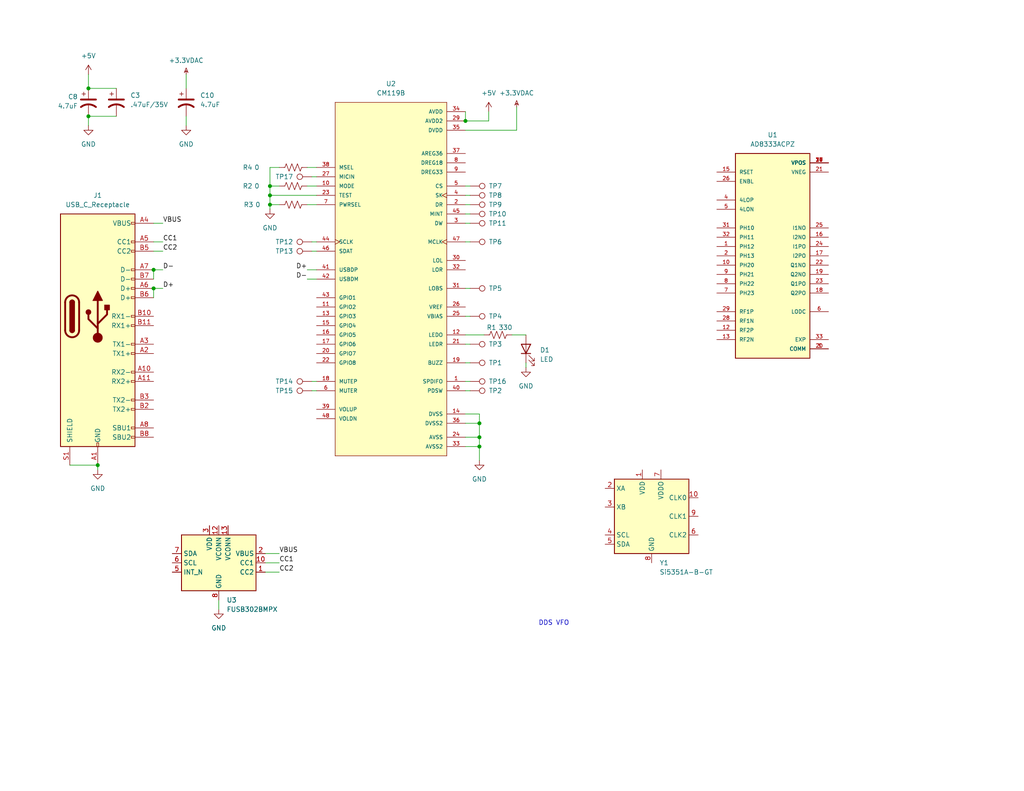
<source format=kicad_sch>
(kicad_sch (version 20250114) (generator "eeschema") (generator_version "9.0")
  (paper "A")
  (title_block (title "USB SSB Exciter overview") (date "2025-03-09") (company "SoftShack") (comment 1 "Alan Mimms") (comment 2 "KK7ZJY"))
  (lib_symbols
    (symbol "AD8333ACPZ-REEL7:AD8333ACPZ-REEL7" (pin_names (offset 1.016))
      (property "Reference" "U" (at -10.1708 27.9698 0))
      (property "Value" "AD8333ACPZ-REEL7" (at -10.1769 -30.5308 0))
      (symbol "AD8333ACPZ-REEL7_0_0"
        (rectangle (start -10.16 -27.94) (end 10.16 27.94) (stroke (width 0.254)) (fill (type background)))
        (pin input line (at -15.24 22.86 0) (length 5.08) (name "RSET") (number "15"))
        (pin input line (at -15.24 20.32 0) (length 5.08) (name "ENBL") (number "26"))
        (pin input line (at -15.24 15.24 0) (length 5.08) (name "4LOP") (number "4"))
        (pin input line (at -15.24 12.7 0) (length 5.08) (name "4LON") (number "5"))
        (pin input line (at -15.24 7.62 0) (length 5.08) (name "PH10") (number "31"))
        (pin input line (at -15.24 5.08 0) (length 5.08) (name "PH11") (number "32"))
        (pin input line (at -15.24 2.54 0) (length 5.08) (name "PH12") (number "1"))
        (pin input line (at -15.24 0 0) (length 5.08) (name "PH13") (number "2"))
        (pin input line (at -15.24 -2.54 0) (length 5.08) (name "PH20") (number "10"))
        (pin input line (at -15.24 -5.08 0) (length 5.08) (name "PH21") (number "9"))
        (pin input line (at -15.24 -7.62 0) (length 5.08) (name "PH22") (number "8"))
        (pin input line (at -15.24 -10.16 0) (length 5.08) (name "PH23") (number "7"))
        (pin input line (at -15.24 -15.24 0) (length 5.08) (name "RF1P") (number "29"))
        (pin input line (at -15.24 -17.78 0) (length 5.08) (name "RF1N") (number "28"))
        (pin input line (at -15.24 -20.32 0) (length 5.08) (name "RF2P") (number "12"))
        (pin input line (at -15.24 -22.86 0) (length 5.08) (name "RF2N") (number "13"))
        (pin power_in line (at 15.24 25.4 180) (length 5.08) (name "VPOS") (number "11"))
        (pin power_in line (at 15.24 25.4 180) (length 5.08) (name "VPOS") (number "14"))
        (pin power_in line (at 15.24 25.4 180) (length 5.08) (name "VPOS") (number "27"))
        (pin power_in line (at 15.24 25.4 180) (length 5.08) (name "VPOS") (number "30"))
        (pin power_in line (at 15.24 22.86 180) (length 5.08) (name "VNEG") (number "21"))
        (pin output line (at 15.24 7.62 180) (length 5.08) (name "I1NO") (number "25"))
        (pin output line (at 15.24 5.08 180) (length 5.08) (name "I2NO") (number "16"))
        (pin output line (at 15.24 2.54 180) (length 5.08) (name "I1PO") (number "24"))
        (pin output line (at 15.24 0 180) (length 5.08) (name "I2PO") (number "17"))
        (pin output line (at 15.24 -2.54 180) (length 5.08) (name "Q1NO") (number "22"))
        (pin output line (at 15.24 -5.08 180) (length 5.08) (name "Q2NO") (number "19"))
        (pin output line (at 15.24 -7.62 180) (length 5.08) (name "Q1PO") (number "23"))
        (pin output line (at 15.24 -10.16 180) (length 5.08) (name "Q2PO") (number "18"))
        (pin passive line (at 15.24 -15.24 180) (length 5.08) (name "LODC") (number "6"))
        (pin passive line (at 15.24 -22.86 180) (length 5.08) (name "EXP") (number "33"))
        (pin passive line (at 15.24 -25.4 180) (length 5.08) (name "COMM") (number "20"))
        (pin passive line (at 15.24 -25.4 180) (length 5.08) (name "COMM") (number "3"))
      )
    )
    (symbol "CM119B:CM119B" (pin_names (offset 1.016))
      (property "Reference" "U" (at -15.24 49.53 0))
      (property "Value" "CM119B" (at -15.24 -50.8 0))
      (symbol "CM119B_0_0"
        (rectangle (start -15.24 -48.26) (end 15.24 48.26) (stroke (width 0.1524)) (fill (type background)))
        (pin input line (at -20.32 30.48 0) (length 5.08) (name "MSEL") (number "38"))
        (pin input line (at -20.32 27.94 0) (length 5.08) (name "MICIN") (number "27"))
        (pin input line (at -20.32 25.4 0) (length 5.08) (name "MODE") (number "10"))
        (pin input line (at -20.32 22.86 0) (length 5.08) (name "TEST") (number "23"))
        (pin input line (at -20.32 20.32 0) (length 5.08) (name "PWRSEL") (number "7"))
        (pin bidirectional clock (at -20.32 10.16 0) (length 5.08) (name "SCLK") (number "44"))
        (pin bidirectional line (at -20.32 7.62 0) (length 5.08) (name "SDAT") (number "46"))
        (pin bidirectional line (at -20.32 2.54 0) (length 5.08) (name "USBDP") (number "41"))
        (pin bidirectional line (at -20.32 0 0) (length 5.08) (name "USBDM") (number "42"))
        (pin bidirectional line (at -20.32 -5.08 0) (length 5.08) (name "GPIO1") (number "43"))
        (pin bidirectional line (at -20.32 -7.62 0) (length 5.08) (name "GPIO2") (number "11"))
        (pin bidirectional line (at -20.32 -10.16 0) (length 5.08) (name "GPIO3") (number "13"))
        (pin bidirectional line (at -20.32 -12.7 0) (length 5.08) (name "GPIO4") (number "15"))
        (pin bidirectional line (at -20.32 -15.24 0) (length 5.08) (name "GPIO5") (number "16"))
        (pin bidirectional line (at -20.32 -17.78 0) (length 5.08) (name "GPIO6") (number "17"))
        (pin bidirectional line (at -20.32 -20.32 0) (length 5.08) (name "GPIO7") (number "20"))
        (pin bidirectional line (at -20.32 -22.86 0) (length 5.08) (name "GPIO8") (number "22"))
        (pin input line (at -20.32 -27.94 0) (length 5.08) (name "MUTEP") (number "18"))
        (pin input line (at -20.32 -30.48 0) (length 5.08) (name "MUTER") (number "6"))
        (pin input line (at -20.32 -35.56 0) (length 5.08) (name "VOLUP") (number "39"))
        (pin input line (at -20.32 -38.1 0) (length 5.08) (name "VOLDN") (number "48"))
        (pin power_in line (at 20.32 45.72 180) (length 5.08) (name "AVDD") (number "34"))
        (pin power_in line (at 20.32 40.64 180) (length 5.08) (name "DVDD") (number "35"))
        (pin power_in line (at 20.32 34.29 180) (length 5.08) (name "AREG36") (number "37"))
        (pin power_in line (at 20.32 31.75 180) (length 5.08) (name "DREG18") (number "8"))
        (pin power_in line (at 20.32 29.21 180) (length 5.08) (name "DREG33") (number "9"))
        (pin output line (at 20.32 25.4 180) (length 5.08) (name "CS") (number "5"))
        (pin output clock (at 20.32 22.86 180) (length 5.08) (name "SK") (number "4"))
        (pin bidirectional line (at 20.32 20.32 180) (length 5.08) (name "DR") (number "2"))
        (pin output line (at 20.32 17.78 180) (length 5.08) (name "MINT") (number "45"))
        (pin output line (at 20.32 15.24 180) (length 5.08) (name "DW") (number "3"))
        (pin output clock (at 20.32 10.16 180) (length 5.08) (name "MCLK") (number "47"))
        (pin output line (at 20.32 5.08 180) (length 5.08) (name "LOL") (number "30"))
        (pin output line (at 20.32 2.54 180) (length 5.08) (name "LOR") (number "32"))
        (pin output line (at 20.32 -2.54 180) (length 5.08) (name "LOBS") (number "31"))
        (pin output line (at 20.32 -7.62 180) (length 5.08) (name "VREF") (number "26"))
        (pin output line (at 20.32 -10.16 180) (length 5.08) (name "VBIAS") (number "25"))
        (pin output line (at 20.32 -15.24 180) (length 5.08) (name "LEDO") (number "12"))
        (pin output line (at 20.32 -17.78 180) (length 5.08) (name "LEDR") (number "21"))
        (pin output line (at 20.32 -22.86 180) (length 5.08) (name "BUZZ") (number "19"))
        (pin output line (at 20.32 -27.94 180) (length 5.08) (name "SPDIFO") (number "1"))
        (pin output line (at 20.32 -30.48 180) (length 5.08) (name "PDSW") (number "40"))
        (pin power_in line (at 20.32 -36.83 180) (length 5.08) (name "DVSS") (number "14"))
        (pin power_in line (at 20.32 -43.18 180) (length 5.08) (name "AVSS") (number "24"))
      )
      (symbol "CM119B_1_0"
        (pin power_in line (at 20.32 43.18 180) (length 5.08) (name "AVDD2") (number "29"))
        (pin power_in line (at 20.32 -39.37 180) (length 5.08) (name "DVSS2") (number "36"))
        (pin power_in line (at 20.32 -45.72 180) (length 5.08) (name "AVSS2") (number "33"))
      )
    )
    (symbol "Connector:TestPoint" (pin_numbers (hide yes)) (pin_names (offset 0.762) (hide yes))
      (property "Reference" "TP" (at 0 6.858 0))
      (property "Value" "TestPoint" (at 0 5.08 0))
      (symbol "TestPoint_0_1"
        (circle (center 0 3.302) (radius 0.762))
      )
      (symbol "TestPoint_1_1"
        (pin passive line (at 0 0 90) (length 2.54) (name "1") (number "1"))
      )
    )
    (symbol "Connector:USB_C_Receptacle" (pin_names (offset 1.016))
      (property "Reference" "J" (at -10.16 29.21 0))
      (property "Value" "USB_C_Receptacle" (at 10.16 29.21 0))
      (symbol "USB_C_Receptacle_0_0"
        (rectangle (start -0.254 -35.56) (end 0.254 -34.544))
        (rectangle (start 10.16 25.654) (end 9.144 25.146))
        (rectangle (start 10.16 20.574) (end 9.144 20.066))
        (rectangle (start 10.16 18.034) (end 9.144 17.526))
        (rectangle (start 10.16 12.954) (end 9.144 12.446))
        (rectangle (start 10.16 10.414) (end 9.144 9.906))
        (rectangle (start 10.16 7.874) (end 9.144 7.366))
        (rectangle (start 10.16 5.334) (end 9.144 4.826))
        (rectangle (start 10.16 0.254) (end 9.144 -0.254))
        (rectangle (start 10.16 -2.286) (end 9.144 -2.794))
        (rectangle (start 10.16 -7.366) (end 9.144 -7.874))
        (rectangle (start 10.16 -9.906) (end 9.144 -10.414))
        (rectangle (start 10.16 -14.986) (end 9.144 -15.494))
        (rectangle (start 10.16 -17.526) (end 9.144 -18.034))
        (rectangle (start 10.16 -22.606) (end 9.144 -23.114))
        (rectangle (start 10.16 -25.146) (end 9.144 -25.654))
        (rectangle (start 10.16 -30.226) (end 9.144 -30.734))
        (rectangle (start 10.16 -32.766) (end 9.144 -33.274))
      )
      (symbol "USB_C_Receptacle_0_1"
        (rectangle (start -10.16 27.94) (end 10.16 -35.56) (stroke (width 0.254)) (fill (type background)))
        (polyline (pts (xy -8.89 -3.81) (xy -8.89 3.81)) (stroke (width 0.508)))
        (rectangle (start -7.62 -3.81) (end -6.35 3.81) (stroke (width 0.254)) (fill (type outline)))
        (arc (start -7.62 3.81) (mid -6.985 4.4423) (end -6.35 3.81) (stroke (width 0.254)))
        (arc (start -7.62 3.81) (mid -6.985 4.4423) (end -6.35 3.81) (stroke (width 0.254)) (fill (type outline)))
        (arc (start -8.89 3.81) (mid -6.985 5.7067) (end -5.08 3.81) (stroke (width 0.508)))
        (arc (start -5.08 -3.81) (mid -6.985 -5.7067) (end -8.89 -3.81) (stroke (width 0.508)))
        (arc (start -6.35 -3.81) (mid -6.985 -4.4423) (end -7.62 -3.81) (stroke (width 0.254)))
        (arc (start -6.35 -3.81) (mid -6.985 -4.4423) (end -7.62 -3.81) (stroke (width 0.254)) (fill (type outline)))
        (polyline (pts (xy -5.08 3.81) (xy -5.08 -3.81)) (stroke (width 0.508)))
      )
      (symbol "USB_C_Receptacle_1_1"
        (circle (center -2.54 1.143) (radius 0.635) (stroke (width 0.254)) (fill (type outline)))
        (polyline (pts (xy -1.27 4.318) (xy 0 6.858) (xy 1.27 4.318) (xy -1.27 4.318)) (stroke (width 0.254)) (fill (type outline)))
        (polyline (pts (xy 0 -2.032) (xy 2.54 0.508) (xy 2.54 1.778)) (stroke (width 0.508)))
        (polyline (pts (xy 0 -3.302) (xy -2.54 -0.762) (xy -2.54 0.508)) (stroke (width 0.508)))
        (polyline (pts (xy 0 -5.842) (xy 0 4.318)) (stroke (width 0.508)))
        (circle (center 0 -5.842) (radius 1.27) (fill (type outline)))
        (rectangle (start 1.905 1.778) (end 3.175 3.048) (stroke (width 0.254)) (fill (type outline)))
        (pin passive line (at -7.62 -40.64 90) (length 5.08) (name "SHIELD") (number "S1"))
        (pin passive line (at 0 -40.64 90) (length 5.08) (name "GND") (number "A1"))
        (pin passive line (at 0 -40.64 90) (length 5.08) (hide yes) (name "GND") (number "A12"))
        (pin passive line (at 0 -40.64 90) (length 5.08) (hide yes) (name "GND") (number "B1"))
        (pin passive line (at 0 -40.64 90) (length 5.08) (hide yes) (name "GND") (number "B12"))
        (pin passive line (at 15.24 25.4 180) (length 5.08) (name "VBUS") (number "A4"))
        (pin passive line (at 15.24 25.4 180) (length 5.08) (hide yes) (name "VBUS") (number "A9"))
        (pin passive line (at 15.24 25.4 180) (length 5.08) (hide yes) (name "VBUS") (number "B4"))
        (pin passive line (at 15.24 25.4 180) (length 5.08) (hide yes) (name "VBUS") (number "B9"))
        (pin bidirectional line (at 15.24 20.32 180) (length 5.08) (name "CC1") (number "A5"))
        (pin bidirectional line (at 15.24 17.78 180) (length 5.08) (name "CC2") (number "B5"))
        (pin bidirectional line (at 15.24 12.7 180) (length 5.08) (name "D-") (number "A7"))
        (pin bidirectional line (at 15.24 10.16 180) (length 5.08) (name "D-") (number "B7"))
        (pin bidirectional line (at 15.24 7.62 180) (length 5.08) (name "D+") (number "A6"))
        (pin bidirectional line (at 15.24 5.08 180) (length 5.08) (name "D+") (number "B6"))
        (pin bidirectional line (at 15.24 0 180) (length 5.08) (name "RX1-") (number "B10"))
        (pin bidirectional line (at 15.24 -2.54 180) (length 5.08) (name "RX1+") (number "B11"))
        (pin bidirectional line (at 15.24 -7.62 180) (length 5.08) (name "TX1-") (number "A3"))
        (pin bidirectional line (at 15.24 -10.16 180) (length 5.08) (name "TX1+") (number "A2"))
        (pin bidirectional line (at 15.24 -15.24 180) (length 5.08) (name "RX2-") (number "A10"))
        (pin bidirectional line (at 15.24 -17.78 180) (length 5.08) (name "RX2+") (number "A11"))
        (pin bidirectional line (at 15.24 -22.86 180) (length 5.08) (name "TX2-") (number "B3"))
        (pin bidirectional line (at 15.24 -25.4 180) (length 5.08) (name "TX2+") (number "B2"))
        (pin bidirectional line (at 15.24 -30.48 180) (length 5.08) (name "SBU1") (number "A8"))
        (pin bidirectional line (at 15.24 -33.02 180) (length 5.08) (name "SBU2") (number "B8"))
      )
    )
    (symbol "Device:C_Polarized_US" (pin_numbers (hide yes)) (pin_names (offset 0.254) (hide yes))
      (property "Reference" "C" (at 0.635 2.54 0))
      (property "Value" "C_Polarized_US" (at 0.635 -2.54 0))
      (symbol "C_Polarized_US_0_1"
        (polyline (pts (xy -2.032 0.762) (xy 2.032 0.762)) (stroke (width 0.508)))
        (polyline (pts (xy -1.778 2.286) (xy -0.762 2.286)))
        (polyline (pts (xy -1.27 1.778) (xy -1.27 2.794)))
        (arc (start -2.032 -1.27) (mid 0 -0.5572) (end 2.032 -1.27) (stroke (width 0.508)))
      )
      (symbol "C_Polarized_US_1_1"
        (pin passive line (at 0 3.81 270) (length 2.794) (name "~") (number "1"))
        (pin passive line (at 0 -3.81 90) (length 3.302) (name "~") (number "2"))
      )
    )
    (symbol "Device:LED" (pin_numbers (hide yes)) (pin_names (offset 1.016) (hide yes))
      (property "Reference" "D" (at 0 2.54 0))
      (property "Value" "LED" (at 0 -2.54 0))
      (symbol "LED_0_1"
        (polyline (pts (xy -3.048 -0.762) (xy -4.572 -2.286) (xy -3.81 -2.286) (xy -4.572 -2.286) (xy -4.572 -1.524)))
        (polyline (pts (xy -1.778 -0.762) (xy -3.302 -2.286) (xy -2.54 -2.286) (xy -3.302 -2.286) (xy -3.302 -1.524)))
        (polyline (pts (xy -1.27 0) (xy 1.27 0)))
        (polyline (pts (xy -1.27 -1.27) (xy -1.27 1.27)) (stroke (width 0.254)))
        (polyline (pts (xy 1.27 -1.27) (xy 1.27 1.27) (xy -1.27 0) (xy 1.27 -1.27)) (stroke (width 0.254)))
      )
      (symbol "LED_1_1"
        (pin passive line (at -3.81 0 0) (length 2.54) (name "K") (number "1"))
        (pin passive line (at 3.81 0 180) (length 2.54) (name "A") (number "2"))
      )
    )
    (symbol "Device:R_US" (pin_numbers (hide yes)) (pin_names (offset 0))
      (property "Reference" "R" (at 2.54 0 90))
      (property "Value" "R_US" (at -2.54 0 90))
      (symbol "R_US_0_1"
        (polyline (pts (xy 0 2.286) (xy 0 2.54)))
        (polyline (pts (xy 0 2.286) (xy 1.016 1.905) (xy 0 1.524) (xy -1.016 1.143) (xy 0 0.762)))
        (polyline (pts (xy 0 0.762) (xy 1.016 0.381) (xy 0 0) (xy -1.016 -0.381) (xy 0 -0.762)))
        (polyline (pts (xy 0 -0.762) (xy 1.016 -1.143) (xy 0 -1.524) (xy -1.016 -1.905) (xy 0 -2.286)))
        (polyline (pts (xy 0 -2.286) (xy 0 -2.54)))
      )
      (symbol "R_US_1_1"
        (pin passive line (at 0 3.81 270) (length 1.27) (name "~") (number "1"))
        (pin passive line (at 0 -3.81 90) (length 1.27) (name "~") (number "2"))
      )
    )
    (symbol "Interface_USB:FUSB302BMPX"
      (property "Reference" "U" (at -10.16 8.89 0))
      (property "Value" "FUSB302BMPX" (at 3.81 8.89 0))
      (symbol "FUSB302BMPX_0_1"
        (rectangle (start -10.16 7.62) (end 10.16 -7.62) (stroke (width 0.254)) (fill (type background)))
      )
      (symbol "FUSB302BMPX_1_1"
        (pin bidirectional line (at -12.7 2.54 0) (length 2.54) (name "SDA") (number "7"))
        (pin input line (at -12.7 0 0) (length 2.54) (name "SCL") (number "6"))
        (pin open_collector line (at -12.7 -2.54 0) (length 2.54) (name "INT_N") (number "5"))
        (pin power_in line (at -2.54 10.16 270) (length 2.54) (name "VDD") (number "3"))
        (pin passive line (at -2.54 10.16 270) (length 2.54) (hide yes) (name "VDD") (number "4"))
        (pin power_in line (at 0 10.16 270) (length 2.54) (name "VCONN") (number "12"))
        (pin passive line (at 0 -10.16 90) (length 2.54) (hide yes) (name "GND") (number "15"))
        (pin power_in line (at 0 -10.16 90) (length 2.54) (name "GND") (number "8"))
        (pin passive line (at 0 -10.16 90) (length 2.54) (hide yes) (name "GND") (number "9"))
        (pin power_in line (at 2.54 10.16 270) (length 2.54) (name "VCONN") (number "13"))
        (pin input line (at 12.7 2.54 180) (length 2.54) (name "VBUS") (number "2"))
        (pin bidirectional line (at 12.7 0 180) (length 2.54) (name "CC1") (number "10"))
        (pin bidirectional line (at 12.7 0 180) (length 2.54) (hide yes) (name "CC1") (number "11"))
        (pin bidirectional line (at 12.7 -2.54 180) (length 2.54) (name "CC2") (number "1"))
        (pin bidirectional line (at 12.7 -2.54 180) (length 2.54) (hide yes) (name "CC2") (number "14"))
      )
    )
    (symbol "Oscillator:Si5351A-B-GT"
      (property "Reference" "Y" (at -8.89 11.43 0))
      (property "Value" "Si5351A-B-GT" (at -12.7 -12.7 0))
      (symbol "Si5351A-B-GT_0_1"
        (rectangle (start -10.16 10.16) (end 10.16 -10.16) (stroke (width 0.254)) (fill (type background)))
      )
      (symbol "Si5351A-B-GT_1_1"
        (pin input line (at -12.7 7.62 0) (length 2.54) (name "XA") (number "2"))
        (pin input line (at -12.7 2.54 0) (length 2.54) (name "XB") (number "3"))
        (pin input line (at -12.7 -5.08 0) (length 2.54) (name "SCL") (number "4"))
        (pin bidirectional line (at -12.7 -7.62 0) (length 2.54) (name "SDA") (number "5"))
        (pin power_in line (at -2.54 12.7 270) (length 2.54) (name "VDD") (number "1"))
        (pin power_in line (at 0 -12.7 90) (length 2.54) (name "GND") (number "8"))
        (pin power_in line (at 2.54 12.7 270) (length 2.54) (name "VDDO") (number "7"))
        (pin output line (at 12.7 5.08 180) (length 2.54) (name "CLK0") (number "10"))
        (pin output line (at 12.7 0 180) (length 2.54) (name "CLK1") (number "9"))
        (pin output line (at 12.7 -5.08 180) (length 2.54) (name "CLK2") (number "6"))
      )
    )
    (symbol "PCM_4ms_Power-symbol:+3.3VDAC" (power) (pin_names (offset 0))
      (property "Value" "+3.3VDAC" (at 0 2.54 0))
      (symbol "+3.3VDAC_0_0"
        (pin power_in line (at 0 0 90) (length 0) (hide yes) (name "+3.3VDAC") (number "1"))
      )
      (symbol "+3.3VDAC_0_1"
        (polyline (pts (xy 0 1.016) (xy 0.508 0.508) (xy 0 1.778) (xy -0.508 0.508) (xy 0 1.016) (xy 0 1.016)))
        (polyline (pts (xy 0 0) (xy 0 1.016) (xy 0 1.016)))
      )
    )
    (symbol "PCM_4ms_Power-symbol:+5V" (power) (pin_names (offset 0))
      (property "Value" "+5V" (at 0 3.556 0))
      (symbol "+5V_0_1"
        (polyline (pts (xy -0.762 1.27) (xy 0 2.54)))
        (polyline (pts (xy 0 2.54) (xy 0.762 1.27)))
        (polyline (pts (xy 0 0) (xy 0 2.54)))
      )
      (symbol "+5V_1_1"
        (pin power_in line (at 0 0 90) (length 0) (hide yes) (name "+5V") (number "1"))
      )
    )
    (symbol "PCM_4ms_Power-symbol:GND" (power) (pin_names (offset 0))
      (property "Value" "GND" (at 0 -3.81 0))
      (symbol "GND_0_1"
        (polyline (pts (xy 0 0) (xy 0 -1.27) (xy 1.27 -1.27) (xy 0 -2.54) (xy -1.27 -1.27) (xy 0 -1.27)))
      )
      (symbol "GND_1_1"
        (pin power_in line (at 0 0 270) (length 0) (hide yes) (name "GND") (number "1"))
      )
    )
  )
  (text "DDS VFO" (at 151.13 170.18 0) (effects (font (size 1.27 1.27))))
  (junction (at 24.13 31.75))
  (junction (at 41.91 73.66))
  (junction (at 130.81 119.38))
  (junction (at 24.13 24.13))
  (junction (at 73.66 55.88))
  (junction (at 26.67 127))
  (junction (at 41.91 78.74))
  (junction (at 73.66 53.34))
  (junction (at 127 33.02))
  (junction (at 73.66 50.8))
  (junction (at 130.81 115.57))
  (junction (at 130.81 121.92))
  (wire (pts (xy 130.81 115.57) (xy 130.81 119.38)))
  (wire (pts (xy 83.82 50.8) (xy 86.36 50.8)))
  (wire (pts (xy 73.66 55.88) (xy 76.2 55.88)))
  (wire (pts (xy 76.2 50.8) (xy 73.66 50.8)))
  (wire (pts (xy 130.81 121.92) (xy 130.81 125.73)))
  (wire (pts (xy 130.81 113.03) (xy 130.81 115.57)))
  (wire (pts (xy 73.66 53.34) (xy 73.66 55.88)))
  (wire (pts (xy 83.82 76.2) (xy 86.36 76.2)))
  (wire (pts (xy 41.91 73.66) (xy 44.45 73.66)))
  (wire (pts (xy 127 66.04) (xy 128.27 66.04)))
  (wire (pts (xy 127 106.68) (xy 128.27 106.68)))
  (wire (pts (xy 127 35.56) (xy 140.97 35.56)))
  (wire (pts (xy 73.66 45.72) (xy 73.66 50.8)))
  (wire (pts (xy 73.66 55.88) (xy 73.66 57.15)))
  (wire (pts (xy 127 78.74) (xy 128.27 78.74)))
  (wire (pts (xy 127 30.48) (xy 127 33.02)))
  (wire (pts (xy 127 58.42) (xy 128.27 58.42)))
  (wire (pts (xy 19.05 127) (xy 26.67 127)))
  (wire (pts (xy 73.66 50.8) (xy 73.66 53.34)))
  (wire (pts (xy 72.39 156.21) (xy 76.2 156.21)))
  (wire (pts (xy 127 113.03) (xy 130.81 113.03)))
  (wire (pts (xy 127 99.06) (xy 128.27 99.06)))
  (wire (pts (xy 73.66 53.34) (xy 86.36 53.34)))
  (wire (pts (xy 127 115.57) (xy 130.81 115.57)))
  (wire (pts (xy 133.35 33.02) (xy 127 33.02)))
  (wire (pts (xy 83.82 73.66) (xy 86.36 73.66)))
  (wire (pts (xy 127 50.8) (xy 128.27 50.8)))
  (wire (pts (xy 26.67 127) (xy 26.67 128.27)))
  (wire (pts (xy 130.81 119.38) (xy 130.81 121.92)))
  (wire (pts (xy 140.97 35.56) (xy 140.97 29.21)))
  (wire (pts (xy 41.91 68.58) (xy 44.45 68.58)))
  (wire (pts (xy 24.13 31.75) (xy 24.13 34.29)))
  (wire (pts (xy 127 55.88) (xy 128.27 55.88)))
  (wire (pts (xy 50.8 31.75) (xy 50.8 34.29)))
  (wire (pts (xy 139.7 91.44) (xy 143.51 91.44)))
  (wire (pts (xy 127 104.14) (xy 128.27 104.14)))
  (wire (pts (xy 41.91 73.66) (xy 41.91 76.2)))
  (wire (pts (xy 24.13 24.13) (xy 31.75 24.13)))
  (wire (pts (xy 72.39 151.13) (xy 76.2 151.13)))
  (wire (pts (xy 133.35 30.48) (xy 133.35 33.02)))
  (wire (pts (xy 127 91.44) (xy 132.08 91.44)))
  (wire (pts (xy 85.09 104.14) (xy 86.36 104.14)))
  (wire (pts (xy 41.91 78.74) (xy 41.91 81.28)))
  (wire (pts (xy 85.09 106.68) (xy 86.36 106.68)))
  (wire (pts (xy 41.91 60.96) (xy 44.45 60.96)))
  (wire (pts (xy 76.2 45.72) (xy 73.66 45.72)))
  (wire (pts (xy 72.39 153.67) (xy 76.2 153.67)))
  (wire (pts (xy 127 86.36) (xy 128.27 86.36)))
  (wire (pts (xy 143.51 99.06) (xy 143.51 100.33)))
  (wire (pts (xy 50.8 20.32) (xy 50.8 24.13)))
  (wire (pts (xy 59.69 163.83) (xy 59.69 166.37)))
  (wire (pts (xy 83.82 45.72) (xy 86.36 45.72)))
  (wire (pts (xy 127 119.38) (xy 130.81 119.38)))
  (wire (pts (xy 85.09 68.58) (xy 86.36 68.58)))
  (wire (pts (xy 24.13 31.75) (xy 31.75 31.75)))
  (wire (pts (xy 85.09 48.26) (xy 86.36 48.26)))
  (wire (pts (xy 41.91 78.74) (xy 44.45 78.74)))
  (wire (pts (xy 127 121.92) (xy 130.81 121.92)))
  (wire (pts (xy 83.82 55.88) (xy 86.36 55.88)))
  (wire (pts (xy 85.09 66.04) (xy 86.36 66.04)))
  (wire (pts (xy 24.13 20.32) (xy 24.13 24.13)))
  (wire (pts (xy 127 93.98) (xy 128.27 93.98)))
  (wire (pts (xy 127 53.34) (xy 128.27 53.34)))
  (wire (pts (xy 127 60.96) (xy 128.27 60.96)))
  (wire (pts (xy 41.91 66.04) (xy 44.45 66.04)))
  (label "D+" (at 83.82 73.66 180))
  (label "CC2" (at 44.45 68.58 0))
  (label "D-" (at 44.45 73.66 0))
  (label "VBUS" (at 76.2 151.13 0))
  (label "CC1" (at 76.2 153.67 0))
  (label "D-" (at 83.82 76.2 180))
  (label "CC2" (at 76.2 156.21 0))
  (label "VBUS" (at 44.45 60.96 0))
  (label "D+" (at 44.45 78.74 0))
  (label "CC1" (at 44.45 66.04 0))
  (symbol (lib_id "Oscillator:Si5351A-B-GT") (at 177.8 140.97 0) (unit 1)
    (property "Reference" "Y1" (at 179.9433 153.67 0) (effects (justify left)))
    (property "Value" "Si5351A-B-GT" (at 179.9433 156.21 0) (effects (justify left)))
    (property "Footprint" "Package_SO:MSOP-10_3x3mm_P0.5mm" (effects (hide yes)))
    (property "Datasheet" "https://www.silabs.com/documents/public/data-sheets/Si5351-B.pdf" (effects (hide yes)))
    (property "Description" "I2C Programmable Any-Frequency CMOS Clock Generator, MSOP-8" (effects (hide yes)))
  )
  (symbol (lib_id "Connector:TestPoint") (at 128.27 78.74 270) (unit 1)
    (property "Reference" "TP5" (at 133.35 78.74 90) (effects (justify left)))
    (property "Value" "TestPoint" (effects (hide yes)))
    (property "Description" "test point" (effects (hide yes)))
  )
  (symbol (lib_id "Device:R_US") (at 80.01 45.72 90) (unit 1)
    (property "Reference" "R4" (at 67.564 45.72 90))
    (property "Value" "0" (at 70.104 45.72 90))
    (property "Description" "Resistor, US symbol" (effects (hide yes)))
  )
  (symbol (lib_id "Connector:TestPoint") (at 85.09 68.58 90) (unit 1)
    (property "Reference" "TP13" (at 80.01 68.58 90) (effects (justify left)))
    (property "Value" "TestPoint" (effects (hide yes)))
    (property "Description" "test point" (effects (hide yes)))
  )
  (symbol (lib_id "Connector:TestPoint") (at 128.27 66.04 270) (unit 1)
    (property "Reference" "TP6" (at 133.35 66.04 90) (effects (justify left)))
    (property "Value" "TestPoint" (effects (hide yes)))
    (property "Description" "test point" (effects (hide yes)))
  )
  (symbol (lib_id "Interface_USB:FUSB302BMPX") (at 59.69 153.67 0) (unit 1)
    (property "Reference" "U3" (at 61.8333 163.83 0) (effects (justify left)))
    (property "Value" "FUSB302BMPX" (at 61.8333 166.37 0) (effects (justify left)))
    (property "Footprint" "Package_DFN_QFN:WQFN-14-1EP_2.5x2.5mm_P0.5mm_EP1.45x1.45mm" (effects (hide yes)))
    (property "Datasheet" "http://www.onsemi.com/pub/Collateral/FUSB302B-D.PDF" (effects (hide yes)))
    (property "Description" "Programmable USB Type-C Controller w/PD, I2C address 0x22, WQFN-14" (effects (hide yes)))
  )
  (symbol (lib_id "Connector:TestPoint") (at 128.27 50.8 270) (unit 1)
    (property "Reference" "TP7" (at 133.35 50.8 90) (effects (justify left)))
    (property "Value" "TestPoint" (effects (hide yes)))
    (property "Description" "test point" (effects (hide yes)))
  )
  (symbol (lib_id "Device:LED") (at 143.51 95.25 90) (unit 1)
    (property "Reference" "D1" (at 147.32 95.5674 90) (effects (justify right)))
    (property "Value" "LED" (at 147.32 98.1074 90) (effects (justify right)))
    (property "Description" "Light emitting diode" (effects (hide yes)))
    (property "Sim.Pins" "1=K 2=A" (effects (hide yes)))
  )
  (symbol (lib_id "Connector:TestPoint") (at 128.27 106.68 270) (unit 1)
    (property "Reference" "TP2" (at 133.35 106.68 90) (effects (justify left)))
    (property "Value" "TestPoint" (effects (hide yes)))
    (property "Description" "test point" (effects (hide yes)))
  )
  (symbol (lib_id "Connector:TestPoint") (at 128.27 104.14 270) (unit 1)
    (property "Reference" "TP16" (at 133.35 104.14 90) (effects (justify left)))
    (property "Value" "TestPoint" (effects (hide yes)))
    (property "Description" "test point" (effects (hide yes)))
  )
  (symbol (lib_id "Connector:TestPoint") (at 85.09 66.04 90) (unit 1)
    (property "Reference" "TP12" (at 80.01 66.04 90) (effects (justify left)))
    (property "Value" "TestPoint" (effects (hide yes)))
    (property "Description" "test point" (effects (hide yes)))
  )
  (symbol (lib_id "PCM_4ms_Power-symbol:+3.3VDAC") (at 50.8 20.32 0) (unit 1)
    (property "Reference" "#PWR03" (effects (hide yes)))
    (property "Value" "+3.3VDAC" (at 50.8 16.51 0))
    (property "Description" "Power symbol creates a global label with name \"+3.3VDAC\"" (effects (hide yes)))
  )
  (symbol (lib_id "PCM_4ms_Power-symbol:+3.3VDAC") (at 140.97 29.21 0) (unit 1)
    (property "Reference" "#PWR07" (effects (hide yes)))
    (property "Value" "+3.3VDAC" (at 140.97 25.4 0))
    (property "Description" "Power symbol creates a global label with name \"+3.3VDAC\"" (effects (hide yes)))
  )
  (symbol (lib_id "Connector:TestPoint") (at 128.27 55.88 270) (unit 1)
    (property "Reference" "TP9" (at 133.35 55.88 90) (effects (justify left)))
    (property "Value" "TestPoint" (effects (hide yes)))
    (property "Description" "test point" (effects (hide yes)))
  )
  (symbol (lib_id "PCM_4ms_Power-symbol:GND") (at 130.81 125.73 0) (unit 1)
    (property "Reference" "#PWR01" (effects (hide yes)))
    (property "Value" "GND" (at 130.81 130.81 0))
  )
  (symbol (lib_id "Device:R_US") (at 80.01 55.88 90) (unit 1)
    (property "Reference" "R3" (at 67.818 55.88 90))
    (property "Value" "0" (at 70.358 55.88 90))
    (property "Description" "Resistor, US symbol" (effects (hide yes)))
  )
  (symbol (lib_id "Connector:TestPoint") (at 128.27 58.42 270) (unit 1)
    (property "Reference" "TP10" (at 133.35 58.42 90) (effects (justify left)))
    (property "Value" "TestPoint" (effects (hide yes)))
    (property "Description" "test point" (effects (hide yes)))
  )
  (symbol (lib_id "CM119B:CM119B") (at 106.68 76.2 0) (unit 1)
    (property "Reference" "U2" (at 106.68 22.86 0))
    (property "Value" "CM119B" (at 106.68 25.4 0))
    (property "Footprint" "CM119B:QFP50P900X900X160-48N" (effects (hide yes)))
    (property "E1_MIN" "6.9" (effects (hide yes)))
    (property "B_NOM" "0.2" (effects (hide yes)))
    (property "D_MAX" "9.1" (effects (hide yes)))
    (property "D1_NOM" "7.0" (effects (hide yes)))
    (property "E1_NOM" "6.9" (effects (hide yes)))
    (property "A_MAX" "1.6" (effects (hide yes)))
    (property "Check_prices" "https://www.snapeda.com/parts/CM119B/Cmedia/view-part/?ref=eda" (effects (hide yes)))
    (property "B_MAX" "0.2" (effects (hide yes)))
    (property "Description_1" "USB Audio Codec improved on CM119A with crystal-less design" (effects (hide yes)))
    (property "Price" "None" (effects (hide yes)))
    (property "ENOM" "0.5" (effects (hide yes)))
    (property "D_NOM" "9.0" (effects (hide yes)))
    (property "L_MAX" "0.75" (effects (hide yes)))
    (property "D1_MAX" "7.1" (effects (hide yes)))
    (property "Package" "None" (effects (hide yes)))
    (property "D1_MIN" "6.9" (effects (hide yes)))
    (property "E2_NOM" "0.0" (effects (hide yes)))
    (property "D2_NOM" "0.0" (effects (hide yes)))
    (property "PARTREV" "1" (effects (hide yes)))
    (property "SnapEDA_Link" "https://www.snapeda.com/parts/CM119B/Cmedia/view-part/?ref=snap" (effects (hide yes)))
    (property "E_NOM" "9.0" (effects (hide yes)))
    (property "B_MIN" "0.2" (effects (hide yes)))
    (property "STANDARD" "IPC 7351B" (effects (hide yes)))
    (property "L_NOM" "0.6" (effects (hide yes)))
    (property "MANUFACTURER" "CMEDIA" (effects (hide yes)))
    (property "MF" "Cmedia" (effects (hide yes)))
    (property "MAXIMUM_PACKAGE_HEIGHT" "1.6mm" (effects (hide yes)))
    (property "A1_MIN" "0.1" (effects (hide yes)))
    (property "E1_MAX" "6.9" (effects (hide yes)))
    (property "PIN_COUNT_E" "12.0" (effects (hide yes)))
    (property "PIN_COUNT_D" "12.0" (effects (hide yes)))
    (property "E_MIN" "8.9" (effects (hide yes)))
    (property "D_MIN" "8.9" (effects (hide yes)))
    (property "MP" "CM119B" (effects (hide yes)))
    (property "L_MIN" "0.45" (effects (hide yes)))
    (property "Availability" "In Stock" (effects (hide yes)))
    (property "E_MAX" "9.1" (effects (hide yes)))
  )
  (symbol (lib_id "Device:C_Polarized_US") (at 24.13 27.94 0) (unit 1)
    (property "Reference" "C8" (at 18.542 26.416 0) (effects (justify left)))
    (property "Value" "4.7uF" (at 15.748 28.956 0) (effects (justify left)))
    (property "Description" "Polarized capacitor, US symbol" (effects (hide yes)))
  )
  (symbol (lib_id "PCM_4ms_Power-symbol:+5V") (at 133.35 30.48 0) (unit 1)
    (property "Reference" "#PWR06" (effects (hide yes)))
    (property "Value" "+5V" (at 133.35 25.4 0))
  )
  (symbol (lib_id "PCM_4ms_Power-symbol:GND") (at 143.51 100.33 0) (unit 1)
    (property "Reference" "#PWR010" (effects (hide yes)))
    (property "Value" "GND" (at 143.51 105.41 0))
  )
  (symbol (lib_id "PCM_4ms_Power-symbol:+5V") (at 24.13 20.32 0) (unit 1)
    (property "Reference" "#PWR08" (effects (hide yes)))
    (property "Value" "+5V" (at 24.13 15.24 0))
  )
  (symbol (lib_id "Connector:TestPoint") (at 85.09 106.68 90) (unit 1)
    (property "Reference" "TP15" (at 80.01 106.68 90) (effects (justify left)))
    (property "Value" "TestPoint" (effects (hide yes)))
    (property "Description" "test point" (effects (hide yes)))
  )
  (symbol (lib_id "PCM_4ms_Power-symbol:GND") (at 26.67 128.27 0) (unit 1)
    (property "Reference" "#PWR05" (effects (hide yes)))
    (property "Value" "GND" (at 26.67 133.35 0))
  )
  (symbol (lib_id "Connector:TestPoint") (at 128.27 93.98 270) (unit 1)
    (property "Reference" "TP3" (at 133.35 93.98 90) (effects (justify left)))
    (property "Value" "TestPoint" (effects (hide yes)))
    (property "Description" "test point" (effects (hide yes)))
  )
  (symbol (lib_id "Connector:TestPoint") (at 128.27 99.06 270) (unit 1)
    (property "Reference" "TP1" (at 133.35 99.06 90) (effects (justify left)))
    (property "Value" "TestPoint" (effects (hide yes)))
    (property "Description" "test point" (effects (hide yes)))
  )
  (symbol (lib_id "Connector:TestPoint") (at 128.27 53.34 270) (unit 1)
    (property "Reference" "TP8" (at 133.35 53.34 90) (effects (justify left)))
    (property "Value" "TestPoint" (effects (hide yes)))
    (property "Description" "test point" (effects (hide yes)))
  )
  (symbol (lib_id "Device:C_Polarized_US") (at 50.8 27.94 0) (unit 1)
    (property "Reference" "C10" (at 54.61 26.0349 0) (effects (justify left)))
    (property "Value" "4.7uF" (at 54.61 28.5749 0) (effects (justify left)))
    (property "Description" "Polarized capacitor, US symbol" (effects (hide yes)))
  )
  (symbol (lib_id "AD8333ACPZ-REEL7:AD8333ACPZ-REEL7") (at 210.82 69.85 0) (unit 1)
    (property "Reference" "U1" (at 210.82 36.83 0))
    (property "Value" "AD8333ACPZ" (at 210.82 39.37 0))
    (property "Footprint" "AD8333ACPZ-REEL7:QFN50P500X475X100-33N" (effects (hide yes)))
    (property "MF" "Analog Devices" (effects (hide yes)))
    (property "Description_1" "DC to 50 MHz, Dual I/Q Demodulator and Phase Shifter" (effects (hide yes)))
    (property "Package" "LFCSP -32 Analog Devices" (effects (hide yes)))
    (property "Price" "None" (effects (hide yes)))
    (property "Check_prices" "https://www.snapeda.com/parts/AD8333ACPZ-REEL7/Analog+Devices/view-part/?ref=eda" (effects (hide yes)))
    (property "SnapEDA_Link" "https://www.snapeda.com/parts/AD8333ACPZ-REEL7/Analog+Devices/view-part/?ref=snap" (effects (hide yes)))
    (property "MP" "AD8333ACPZ-REEL7" (effects (hide yes)))
    (property "Availability" "In Stock" (effects (hide yes)))
    (property "MANUFACTURER" "Analog Devices" (effects (hide yes)))
  )
  (symbol (lib_id "Device:C_Polarized_US") (at 31.75 27.94 0) (unit 1)
    (property "Reference" "C3" (at 35.56 26.0349 0) (effects (justify left)))
    (property "Value" ".47uF/35V" (at 35.56 28.5749 0) (effects (justify left)))
    (property "Description" "Polarized capacitor, US symbol" (effects (hide yes)))
  )
  (symbol (lib_id "Connector:TestPoint") (at 85.09 104.14 90) (unit 1)
    (property "Reference" "TP14" (at 80.01 104.14 90) (effects (justify left)))
    (property "Value" "TestPoint" (effects (hide yes)))
    (property "Description" "test point" (effects (hide yes)))
  )
  (symbol (lib_id "PCM_4ms_Power-symbol:GND") (at 24.13 34.29 0) (unit 1)
    (property "Reference" "#PWR09" (effects (hide yes)))
    (property "Value" "GND" (at 24.13 39.37 0))
  )
  (symbol (lib_id "Connector:TestPoint") (at 85.09 48.26 90) (unit 1)
    (property "Reference" "TP17" (at 80.01 48.26 90) (effects (justify left)))
    (property "Value" "TestPoint" (effects (hide yes)))
    (property "Description" "test point" (effects (hide yes)))
  )
  (symbol (lib_id "PCM_4ms_Power-symbol:GND") (at 50.8 34.29 0) (unit 1)
    (property "Reference" "#PWR04" (effects (hide yes)))
    (property "Value" "GND" (at 50.8 39.37 0))
  )
  (symbol (lib_id "PCM_4ms_Power-symbol:GND") (at 73.66 57.15 0) (unit 1)
    (property "Reference" "#PWR02" (effects (hide yes)))
    (property "Value" "GND" (at 73.66 62.23 0))
  )
  (symbol (lib_id "PCM_4ms_Power-symbol:GND") (at 59.69 166.37 0) (unit 1)
    (property "Reference" "#PWR011" (effects (hide yes)))
    (property "Value" "GND" (at 59.69 171.45 0))
  )
  (symbol (lib_id "Connector:TestPoint") (at 128.27 60.96 270) (unit 1)
    (property "Reference" "TP11" (at 133.35 60.96 90) (effects (justify left)))
    (property "Value" "TestPoint" (effects (hide yes)))
    (property "Description" "test point" (effects (hide yes)))
  )
  (symbol (lib_id "Connector:USB_C_Receptacle") (at 26.67 86.36 0) (unit 1)
    (property "Reference" "J1" (at 26.67 53.34 0))
    (property "Value" "USB_C_Receptacle" (at 26.67 55.88 0))
    (property "Datasheet" "https://www.usb.org/sites/default/files/documents/usb_type-c.zip" (effects (hide yes)))
    (property "Description" "USB Full-Featured Type-C Receptacle connector" (effects (hide yes)))
  )
  (symbol (lib_id "Device:R_US") (at 135.89 91.44 270) (unit 1)
    (property "Reference" "R1" (at 134.112 89.408 90))
    (property "Value" "330" (at 137.922 89.408 90))
    (property "Description" "Resistor, US symbol" (effects (hide yes)))
  )
  (symbol (lib_id "Connector:TestPoint") (at 128.27 86.36 270) (unit 1)
    (property "Reference" "TP4" (at 133.35 86.36 90) (effects (justify left)))
    (property "Value" "TestPoint" (effects (hide yes)))
    (property "Description" "test point" (effects (hide yes)))
  )
  (symbol (lib_id "Device:R_US") (at 80.01 50.8 90) (unit 1)
    (property "Reference" "R2" (at 67.564 50.8 90))
    (property "Value" "0" (at 70.104 50.8 90))
    (property "Description" "Resistor, US symbol" (effects (hide yes)))
  )
)
</source>
